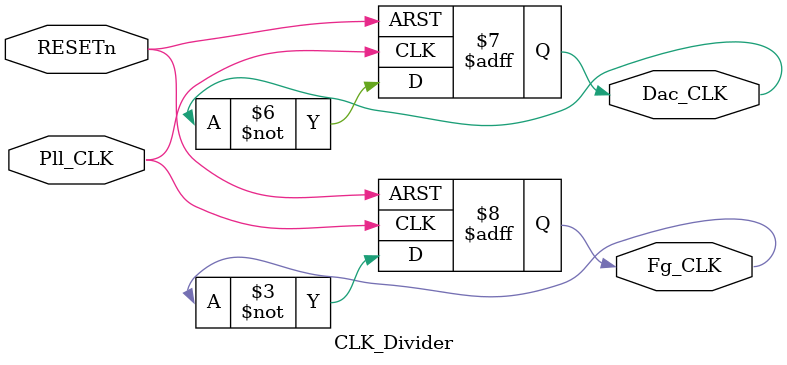
<source format=v>
module CLK_Divider (
    input   wire    Pll_CLK,
    input   wire    RESETn,
    output  wire    Fg_CLK,
    output  wire    Dac_CLK
);
    always @(posedge Pll_CLK or negedge RESETn) begin
        if(~RESETn) begin
            Fg_CLK <= 0;
        end
        else begin
            Fg_CLK <= ~Fg_CLK;
        end
    end

    always @(negedge Pll_CLK or negedge RESETn) begin
        if (~RESETn) begin
            Dac_CLK <= 0;
        end
        else begin
            Dac_CLK <= ~Dac_CLK;
    end
    end

endmodule
</source>
